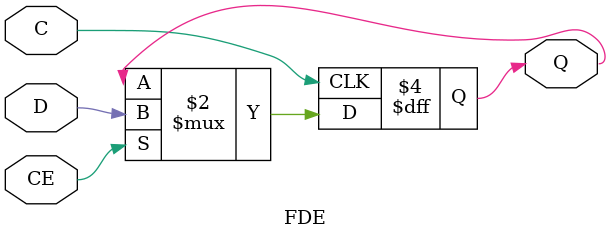
<source format=v>

/*

FUNCTION	: D-FLIP-FLOP with clock enable

*/

`celldefine
`timescale  100 ps / 10 ps

module FDE (Q, C, CE, D);

    parameter INIT = 1'b0;

    output Q;
    reg    Q;

    input  C, CE, D;

	always @(posedge C)
	    if (CE)
		Q <= D;

endmodule

</source>
